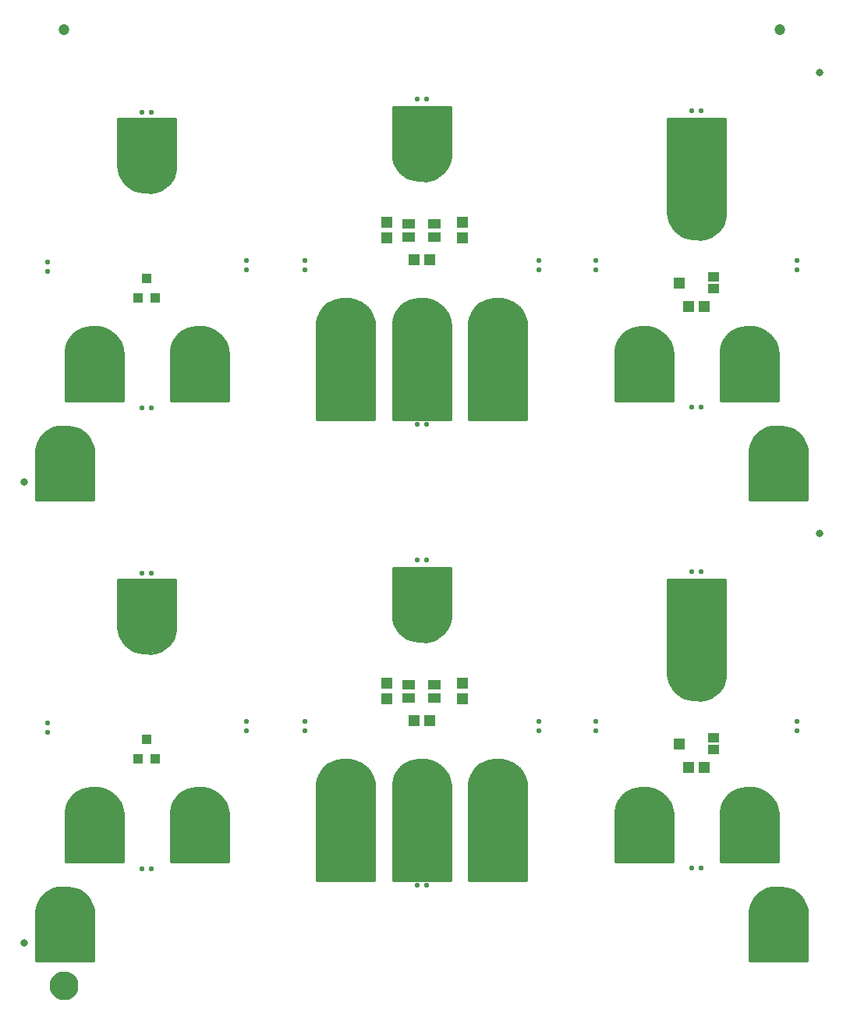
<source format=gts>
G75*
%MOIN*%
%OFA0B0*%
%FSLAX25Y25*%
%IPPOS*%
%LPD*%
%AMOC8*
5,1,8,0,0,1.08239X$1,22.5*
%
%ADD10C,0.02300*%
%ADD11R,0.05131X0.04737*%
%ADD12R,0.04737X0.05131*%
%ADD13C,0.20800*%
%ADD14C,0.01000*%
%ADD15R,0.05131X0.03950*%
%ADD16C,0.03300*%
%ADD17R,0.03950X0.04343*%
%ADD18R,0.05524X0.04343*%
%ADD19C,0.04737*%
%ADD20C,0.05000*%
%ADD21C,0.06706*%
D10*
X0089250Y0070250D03*
X0093250Y0070250D03*
X0133750Y0129250D03*
X0133750Y0133250D03*
X0158750Y0133250D03*
X0158750Y0129250D03*
X0206750Y0063250D03*
X0210750Y0063250D03*
X0258750Y0129250D03*
X0258750Y0133250D03*
X0283250Y0133250D03*
X0283250Y0129250D03*
X0324250Y0070750D03*
X0328250Y0070750D03*
X0369250Y0129250D03*
X0369250Y0133250D03*
X0328250Y0197250D03*
X0324250Y0197250D03*
X0324250Y0267750D03*
X0328250Y0267750D03*
X0369250Y0326250D03*
X0369250Y0330250D03*
X0328250Y0394250D03*
X0324250Y0394250D03*
X0283250Y0330250D03*
X0283250Y0326250D03*
X0258750Y0326250D03*
X0258750Y0330250D03*
X0210750Y0399250D03*
X0206750Y0399250D03*
X0158750Y0330250D03*
X0158750Y0326250D03*
X0133750Y0326250D03*
X0133750Y0330250D03*
X0093250Y0267250D03*
X0089250Y0267250D03*
X0048750Y0325750D03*
X0048750Y0329750D03*
X0089250Y0393750D03*
X0093250Y0393750D03*
X0206750Y0260250D03*
X0210750Y0260250D03*
X0210750Y0202250D03*
X0206750Y0202250D03*
X0093250Y0196750D03*
X0089250Y0196750D03*
X0048750Y0132750D03*
X0048750Y0128750D03*
D11*
X0205404Y0133750D03*
X0212096Y0133750D03*
X0318927Y0123711D03*
X0322904Y0113750D03*
X0329596Y0113750D03*
X0329596Y0310750D03*
X0322904Y0310750D03*
X0318927Y0320711D03*
X0212096Y0330750D03*
X0205404Y0330750D03*
D12*
X0193750Y0339904D03*
X0193750Y0346596D03*
X0226250Y0346596D03*
X0226250Y0339904D03*
X0226250Y0149596D03*
X0226250Y0142904D03*
X0193750Y0142904D03*
X0193750Y0149596D03*
D13*
X0208750Y0179750D03*
X0208750Y0104750D03*
X0208750Y0081750D03*
X0176250Y0081750D03*
X0176250Y0104750D03*
X0113750Y0092750D03*
X0068750Y0092750D03*
X0056250Y0050250D03*
X0091250Y0174750D03*
X0056250Y0247250D03*
X0068750Y0289750D03*
X0113750Y0289750D03*
X0176250Y0278750D03*
X0176250Y0301750D03*
X0208750Y0301750D03*
X0208750Y0278750D03*
X0241250Y0278750D03*
X0241250Y0301750D03*
X0303750Y0289750D03*
X0348750Y0289750D03*
X0361250Y0247250D03*
X0326250Y0177750D03*
X0326250Y0154750D03*
X0303750Y0092750D03*
X0348750Y0092750D03*
X0361250Y0050250D03*
X0241250Y0081750D03*
X0241250Y0104750D03*
X0326250Y0351750D03*
X0326250Y0374750D03*
X0208750Y0376750D03*
X0091250Y0371750D03*
D14*
X0091250Y0359550D02*
X0089565Y0359585D01*
X0087901Y0359859D01*
X0086294Y0360367D01*
X0084775Y0361099D01*
X0083376Y0362039D01*
X0082125Y0363169D01*
X0081048Y0364466D01*
X0080166Y0365902D01*
X0079497Y0367450D01*
X0079055Y0369077D01*
X0078850Y0370750D01*
X0078850Y0391150D01*
X0103650Y0391150D01*
X0103650Y0371150D01*
X0103590Y0369551D01*
X0103303Y0367976D01*
X0102797Y0366457D01*
X0102081Y0365026D01*
X0101170Y0363710D01*
X0100082Y0362537D01*
X0098838Y0361529D01*
X0097465Y0360707D01*
X0095989Y0360088D01*
X0094440Y0359684D01*
X0092850Y0359504D01*
X0091250Y0359550D01*
X0086646Y0360256D02*
X0096388Y0360256D01*
X0098379Y0361254D02*
X0084544Y0361254D01*
X0083140Y0362253D02*
X0099732Y0362253D01*
X0100745Y0363251D02*
X0082057Y0363251D01*
X0081227Y0364250D02*
X0101544Y0364250D01*
X0102193Y0365248D02*
X0080567Y0365248D01*
X0080017Y0366247D02*
X0102692Y0366247D01*
X0103060Y0367245D02*
X0079585Y0367245D01*
X0079282Y0368244D02*
X0103352Y0368244D01*
X0103534Y0369242D02*
X0079035Y0369242D01*
X0078913Y0370241D02*
X0103616Y0370241D01*
X0103650Y0371239D02*
X0078850Y0371239D01*
X0078850Y0372238D02*
X0103650Y0372238D01*
X0103650Y0373236D02*
X0078850Y0373236D01*
X0078850Y0374235D02*
X0103650Y0374235D01*
X0103650Y0375233D02*
X0078850Y0375233D01*
X0078850Y0376232D02*
X0103650Y0376232D01*
X0103650Y0377230D02*
X0078850Y0377230D01*
X0078850Y0378229D02*
X0103650Y0378229D01*
X0103650Y0379227D02*
X0078850Y0379227D01*
X0078850Y0380226D02*
X0103650Y0380226D01*
X0103650Y0381224D02*
X0078850Y0381224D01*
X0078850Y0382223D02*
X0103650Y0382223D01*
X0103650Y0383222D02*
X0078850Y0383222D01*
X0078850Y0384220D02*
X0103650Y0384220D01*
X0103650Y0385219D02*
X0078850Y0385219D01*
X0078850Y0386217D02*
X0103650Y0386217D01*
X0103650Y0387216D02*
X0078850Y0387216D01*
X0078850Y0388214D02*
X0103650Y0388214D01*
X0103650Y0389213D02*
X0078850Y0389213D01*
X0078850Y0390211D02*
X0103650Y0390211D01*
X0170035Y0312793D02*
X0171511Y0313412D01*
X0173060Y0313816D01*
X0174650Y0313996D01*
X0176250Y0313950D01*
X0177935Y0313915D01*
X0179599Y0313641D01*
X0181206Y0313133D01*
X0182725Y0312401D01*
X0184124Y0311461D01*
X0185375Y0310331D01*
X0186452Y0309034D01*
X0187334Y0307598D01*
X0188003Y0306050D01*
X0188445Y0304423D01*
X0188650Y0302750D01*
X0188650Y0262350D01*
X0163850Y0262350D01*
X0163850Y0302350D01*
X0163910Y0303949D01*
X0164197Y0305524D01*
X0164703Y0307043D01*
X0165419Y0308474D01*
X0166330Y0309790D01*
X0167418Y0310963D01*
X0168662Y0311971D01*
X0170035Y0312793D01*
X0169257Y0312327D02*
X0182835Y0312327D01*
X0184270Y0311329D02*
X0167869Y0311329D01*
X0166831Y0310330D02*
X0185375Y0310330D01*
X0186205Y0309332D02*
X0166013Y0309332D01*
X0165348Y0308333D02*
X0186883Y0308333D01*
X0187448Y0307335D02*
X0164849Y0307335D01*
X0164467Y0306336D02*
X0187879Y0306336D01*
X0188196Y0305338D02*
X0164163Y0305338D01*
X0163981Y0304339D02*
X0188455Y0304339D01*
X0188577Y0303341D02*
X0163887Y0303341D01*
X0163850Y0302342D02*
X0188650Y0302342D01*
X0188650Y0301344D02*
X0163850Y0301344D01*
X0163850Y0300345D02*
X0188650Y0300345D01*
X0188650Y0299347D02*
X0163850Y0299347D01*
X0163850Y0298348D02*
X0188650Y0298348D01*
X0188650Y0297350D02*
X0163850Y0297350D01*
X0163850Y0296351D02*
X0188650Y0296351D01*
X0188650Y0295353D02*
X0163850Y0295353D01*
X0163850Y0294354D02*
X0188650Y0294354D01*
X0188650Y0293355D02*
X0163850Y0293355D01*
X0163850Y0292357D02*
X0188650Y0292357D01*
X0188650Y0291358D02*
X0163850Y0291358D01*
X0163850Y0290360D02*
X0188650Y0290360D01*
X0188650Y0289361D02*
X0163850Y0289361D01*
X0163850Y0288363D02*
X0188650Y0288363D01*
X0188650Y0287364D02*
X0163850Y0287364D01*
X0163850Y0286366D02*
X0188650Y0286366D01*
X0188650Y0285367D02*
X0163850Y0285367D01*
X0163850Y0284369D02*
X0188650Y0284369D01*
X0188650Y0283370D02*
X0163850Y0283370D01*
X0163850Y0282372D02*
X0188650Y0282372D01*
X0188650Y0281373D02*
X0163850Y0281373D01*
X0163850Y0280375D02*
X0188650Y0280375D01*
X0188650Y0279376D02*
X0163850Y0279376D01*
X0163850Y0278378D02*
X0188650Y0278378D01*
X0188650Y0277379D02*
X0163850Y0277379D01*
X0163850Y0276381D02*
X0188650Y0276381D01*
X0188650Y0275382D02*
X0163850Y0275382D01*
X0163850Y0274384D02*
X0188650Y0274384D01*
X0188650Y0273385D02*
X0163850Y0273385D01*
X0163850Y0272387D02*
X0188650Y0272387D01*
X0188650Y0271388D02*
X0163850Y0271388D01*
X0163850Y0270390D02*
X0188650Y0270390D01*
X0188650Y0269391D02*
X0163850Y0269391D01*
X0163850Y0268393D02*
X0188650Y0268393D01*
X0188650Y0267394D02*
X0163850Y0267394D01*
X0163850Y0266396D02*
X0188650Y0266396D01*
X0188650Y0265397D02*
X0163850Y0265397D01*
X0163850Y0264399D02*
X0188650Y0264399D01*
X0188650Y0263400D02*
X0163850Y0263400D01*
X0163850Y0262402D02*
X0188650Y0262402D01*
X0196350Y0262402D02*
X0221150Y0262402D01*
X0221150Y0262350D02*
X0221150Y0302750D01*
X0220945Y0304423D01*
X0220503Y0306050D01*
X0219834Y0307598D01*
X0218952Y0309034D01*
X0217875Y0310331D01*
X0216624Y0311461D01*
X0215225Y0312401D01*
X0213706Y0313133D01*
X0212099Y0313641D01*
X0210435Y0313915D01*
X0208750Y0313950D01*
X0207150Y0313996D01*
X0205560Y0313816D01*
X0204011Y0313412D01*
X0202535Y0312793D01*
X0201162Y0311971D01*
X0199918Y0310963D01*
X0198830Y0309790D01*
X0197919Y0308474D01*
X0197203Y0307043D01*
X0196697Y0305524D01*
X0196410Y0303949D01*
X0196350Y0302350D01*
X0196350Y0262350D01*
X0221150Y0262350D01*
X0221150Y0263400D02*
X0196350Y0263400D01*
X0196350Y0264399D02*
X0221150Y0264399D01*
X0221150Y0265397D02*
X0196350Y0265397D01*
X0196350Y0266396D02*
X0221150Y0266396D01*
X0221150Y0267394D02*
X0196350Y0267394D01*
X0196350Y0268393D02*
X0221150Y0268393D01*
X0221150Y0269391D02*
X0196350Y0269391D01*
X0196350Y0270390D02*
X0221150Y0270390D01*
X0221150Y0271388D02*
X0196350Y0271388D01*
X0196350Y0272387D02*
X0221150Y0272387D01*
X0221150Y0273385D02*
X0196350Y0273385D01*
X0196350Y0274384D02*
X0221150Y0274384D01*
X0221150Y0275382D02*
X0196350Y0275382D01*
X0196350Y0276381D02*
X0221150Y0276381D01*
X0221150Y0277379D02*
X0196350Y0277379D01*
X0196350Y0278378D02*
X0221150Y0278378D01*
X0221150Y0279376D02*
X0196350Y0279376D01*
X0196350Y0280375D02*
X0221150Y0280375D01*
X0221150Y0281373D02*
X0196350Y0281373D01*
X0196350Y0282372D02*
X0221150Y0282372D01*
X0221150Y0283370D02*
X0196350Y0283370D01*
X0196350Y0284369D02*
X0221150Y0284369D01*
X0221150Y0285367D02*
X0196350Y0285367D01*
X0196350Y0286366D02*
X0221150Y0286366D01*
X0221150Y0287364D02*
X0196350Y0287364D01*
X0196350Y0288363D02*
X0221150Y0288363D01*
X0221150Y0289361D02*
X0196350Y0289361D01*
X0196350Y0290360D02*
X0221150Y0290360D01*
X0221150Y0291358D02*
X0196350Y0291358D01*
X0196350Y0292357D02*
X0221150Y0292357D01*
X0221150Y0293355D02*
X0196350Y0293355D01*
X0196350Y0294354D02*
X0221150Y0294354D01*
X0221150Y0295353D02*
X0196350Y0295353D01*
X0196350Y0296351D02*
X0221150Y0296351D01*
X0221150Y0297350D02*
X0196350Y0297350D01*
X0196350Y0298348D02*
X0221150Y0298348D01*
X0221150Y0299347D02*
X0196350Y0299347D01*
X0196350Y0300345D02*
X0221150Y0300345D01*
X0221150Y0301344D02*
X0196350Y0301344D01*
X0196350Y0302342D02*
X0221150Y0302342D01*
X0221077Y0303341D02*
X0196387Y0303341D01*
X0196481Y0304339D02*
X0220955Y0304339D01*
X0220696Y0305338D02*
X0196663Y0305338D01*
X0196967Y0306336D02*
X0220379Y0306336D01*
X0219948Y0307335D02*
X0197349Y0307335D01*
X0197848Y0308333D02*
X0219383Y0308333D01*
X0218705Y0309332D02*
X0198513Y0309332D01*
X0199331Y0310330D02*
X0217875Y0310330D01*
X0216770Y0311329D02*
X0200369Y0311329D01*
X0201757Y0312327D02*
X0215335Y0312327D01*
X0213096Y0313326D02*
X0203806Y0313326D01*
X0180596Y0313326D02*
X0171306Y0313326D01*
X0125503Y0294050D02*
X0125945Y0292423D01*
X0126150Y0290750D01*
X0126150Y0270350D01*
X0101350Y0270350D01*
X0101350Y0290350D01*
X0101410Y0291949D01*
X0101697Y0293524D01*
X0102203Y0295043D01*
X0102919Y0296474D01*
X0103830Y0297790D01*
X0104918Y0298963D01*
X0106162Y0299971D01*
X0107535Y0300793D01*
X0109011Y0301412D01*
X0110560Y0301816D01*
X0112150Y0301996D01*
X0113750Y0301950D01*
X0115435Y0301915D01*
X0117099Y0301641D01*
X0118706Y0301133D01*
X0120225Y0300401D01*
X0121624Y0299461D01*
X0122875Y0298331D01*
X0123952Y0297034D01*
X0124834Y0295598D01*
X0125503Y0294050D01*
X0125372Y0294354D02*
X0101973Y0294354D01*
X0101666Y0293355D02*
X0125691Y0293355D01*
X0125953Y0292357D02*
X0101484Y0292357D01*
X0101388Y0291358D02*
X0126075Y0291358D01*
X0126150Y0290360D02*
X0101350Y0290360D01*
X0101350Y0289361D02*
X0126150Y0289361D01*
X0126150Y0288363D02*
X0101350Y0288363D01*
X0101350Y0287364D02*
X0126150Y0287364D01*
X0126150Y0286366D02*
X0101350Y0286366D01*
X0101350Y0285367D02*
X0126150Y0285367D01*
X0126150Y0284369D02*
X0101350Y0284369D01*
X0101350Y0283370D02*
X0126150Y0283370D01*
X0126150Y0282372D02*
X0101350Y0282372D01*
X0101350Y0281373D02*
X0126150Y0281373D01*
X0126150Y0280375D02*
X0101350Y0280375D01*
X0101350Y0279376D02*
X0126150Y0279376D01*
X0126150Y0278378D02*
X0101350Y0278378D01*
X0101350Y0277379D02*
X0126150Y0277379D01*
X0126150Y0276381D02*
X0101350Y0276381D01*
X0101350Y0275382D02*
X0126150Y0275382D01*
X0126150Y0274384D02*
X0101350Y0274384D01*
X0101350Y0273385D02*
X0126150Y0273385D01*
X0126150Y0272387D02*
X0101350Y0272387D01*
X0101350Y0271388D02*
X0126150Y0271388D01*
X0126150Y0270390D02*
X0101350Y0270390D01*
X0081150Y0270390D02*
X0056350Y0270390D01*
X0056350Y0270350D02*
X0056350Y0290350D01*
X0056410Y0291949D01*
X0056697Y0293524D01*
X0057203Y0295043D01*
X0057919Y0296474D01*
X0058830Y0297790D01*
X0059918Y0298963D01*
X0061162Y0299971D01*
X0062535Y0300793D01*
X0064011Y0301412D01*
X0065560Y0301816D01*
X0067150Y0301996D01*
X0068750Y0301950D01*
X0070435Y0301915D01*
X0072099Y0301641D01*
X0073706Y0301133D01*
X0075225Y0300401D01*
X0076624Y0299461D01*
X0077875Y0298331D01*
X0078952Y0297034D01*
X0079834Y0295598D01*
X0080503Y0294050D01*
X0080945Y0292423D01*
X0081150Y0290750D01*
X0081150Y0270350D01*
X0056350Y0270350D01*
X0056350Y0271388D02*
X0081150Y0271388D01*
X0081150Y0272387D02*
X0056350Y0272387D01*
X0056350Y0273385D02*
X0081150Y0273385D01*
X0081150Y0274384D02*
X0056350Y0274384D01*
X0056350Y0275382D02*
X0081150Y0275382D01*
X0081150Y0276381D02*
X0056350Y0276381D01*
X0056350Y0277379D02*
X0081150Y0277379D01*
X0081150Y0278378D02*
X0056350Y0278378D01*
X0056350Y0279376D02*
X0081150Y0279376D01*
X0081150Y0280375D02*
X0056350Y0280375D01*
X0056350Y0281373D02*
X0081150Y0281373D01*
X0081150Y0282372D02*
X0056350Y0282372D01*
X0056350Y0283370D02*
X0081150Y0283370D01*
X0081150Y0284369D02*
X0056350Y0284369D01*
X0056350Y0285367D02*
X0081150Y0285367D01*
X0081150Y0286366D02*
X0056350Y0286366D01*
X0056350Y0287364D02*
X0081150Y0287364D01*
X0081150Y0288363D02*
X0056350Y0288363D01*
X0056350Y0289361D02*
X0081150Y0289361D01*
X0081150Y0290360D02*
X0056350Y0290360D01*
X0056388Y0291358D02*
X0081075Y0291358D01*
X0080953Y0292357D02*
X0056484Y0292357D01*
X0056666Y0293355D02*
X0080691Y0293355D01*
X0080372Y0294354D02*
X0056973Y0294354D01*
X0057358Y0295353D02*
X0079940Y0295353D01*
X0079372Y0296351D02*
X0057857Y0296351D01*
X0058525Y0297350D02*
X0078690Y0297350D01*
X0077856Y0298348D02*
X0059348Y0298348D01*
X0060391Y0299347D02*
X0076750Y0299347D01*
X0075308Y0300345D02*
X0061787Y0300345D01*
X0063849Y0301344D02*
X0073040Y0301344D01*
X0102358Y0295353D02*
X0124940Y0295353D01*
X0124372Y0296351D02*
X0102857Y0296351D01*
X0103525Y0297350D02*
X0123690Y0297350D01*
X0122856Y0298348D02*
X0104348Y0298348D01*
X0105391Y0299347D02*
X0121750Y0299347D01*
X0120308Y0300345D02*
X0106787Y0300345D01*
X0108849Y0301344D02*
X0118040Y0301344D01*
X0065375Y0255831D02*
X0066452Y0254534D01*
X0067334Y0253098D01*
X0068003Y0251550D01*
X0068445Y0249923D01*
X0068650Y0248250D01*
X0068650Y0227850D01*
X0043850Y0227850D01*
X0043850Y0247850D01*
X0043910Y0249449D01*
X0044197Y0251024D01*
X0044703Y0252543D01*
X0045419Y0253974D01*
X0046330Y0255290D01*
X0047418Y0256463D01*
X0048662Y0257471D01*
X0050035Y0258293D01*
X0051511Y0258912D01*
X0053060Y0259316D01*
X0054650Y0259496D01*
X0056250Y0259450D01*
X0057935Y0259415D01*
X0059599Y0259141D01*
X0061206Y0258633D01*
X0062725Y0257901D01*
X0064124Y0256961D01*
X0065375Y0255831D01*
X0065723Y0255412D02*
X0046443Y0255412D01*
X0045723Y0254414D02*
X0066527Y0254414D01*
X0067140Y0253415D02*
X0045139Y0253415D01*
X0044661Y0252417D02*
X0067629Y0252417D01*
X0068039Y0251418D02*
X0044328Y0251418D01*
X0044087Y0250420D02*
X0068310Y0250420D01*
X0068506Y0249421D02*
X0043909Y0249421D01*
X0043872Y0248422D02*
X0068629Y0248422D01*
X0068650Y0247424D02*
X0043850Y0247424D01*
X0043850Y0246425D02*
X0068650Y0246425D01*
X0068650Y0245427D02*
X0043850Y0245427D01*
X0043850Y0244428D02*
X0068650Y0244428D01*
X0068650Y0243430D02*
X0043850Y0243430D01*
X0043850Y0242431D02*
X0068650Y0242431D01*
X0068650Y0241433D02*
X0043850Y0241433D01*
X0043850Y0240434D02*
X0068650Y0240434D01*
X0068650Y0239436D02*
X0043850Y0239436D01*
X0043850Y0238437D02*
X0068650Y0238437D01*
X0068650Y0237439D02*
X0043850Y0237439D01*
X0043850Y0236440D02*
X0068650Y0236440D01*
X0068650Y0235442D02*
X0043850Y0235442D01*
X0043850Y0234443D02*
X0068650Y0234443D01*
X0068650Y0233445D02*
X0043850Y0233445D01*
X0043850Y0232446D02*
X0068650Y0232446D01*
X0068650Y0231448D02*
X0043850Y0231448D01*
X0043850Y0230449D02*
X0068650Y0230449D01*
X0068650Y0229451D02*
X0043850Y0229451D01*
X0043850Y0228452D02*
X0068650Y0228452D01*
X0064733Y0256411D02*
X0047369Y0256411D01*
X0048585Y0257409D02*
X0063457Y0257409D01*
X0061674Y0258408D02*
X0050309Y0258408D01*
X0053857Y0259406D02*
X0057991Y0259406D01*
X0078850Y0194150D02*
X0078850Y0173750D01*
X0079055Y0172077D01*
X0079497Y0170450D01*
X0080166Y0168902D01*
X0081048Y0167466D01*
X0082125Y0166169D01*
X0083376Y0165039D01*
X0084775Y0164099D01*
X0086294Y0163367D01*
X0087901Y0162859D01*
X0089565Y0162585D01*
X0091250Y0162550D01*
X0092850Y0162504D01*
X0094440Y0162684D01*
X0095989Y0163088D01*
X0097465Y0163707D01*
X0098838Y0164529D01*
X0100082Y0165537D01*
X0101170Y0166710D01*
X0102081Y0168026D01*
X0102797Y0169457D01*
X0103303Y0170976D01*
X0103590Y0172551D01*
X0103650Y0174150D01*
X0103650Y0194150D01*
X0078850Y0194150D01*
X0078850Y0193504D02*
X0103650Y0193504D01*
X0103650Y0192506D02*
X0078850Y0192506D01*
X0078850Y0191507D02*
X0103650Y0191507D01*
X0103650Y0190509D02*
X0078850Y0190509D01*
X0078850Y0189510D02*
X0103650Y0189510D01*
X0103650Y0188512D02*
X0078850Y0188512D01*
X0078850Y0187513D02*
X0103650Y0187513D01*
X0103650Y0186515D02*
X0078850Y0186515D01*
X0078850Y0185516D02*
X0103650Y0185516D01*
X0103650Y0184518D02*
X0078850Y0184518D01*
X0078850Y0183519D02*
X0103650Y0183519D01*
X0103650Y0182521D02*
X0078850Y0182521D01*
X0078850Y0181522D02*
X0103650Y0181522D01*
X0103650Y0180524D02*
X0078850Y0180524D01*
X0078850Y0179525D02*
X0103650Y0179525D01*
X0103650Y0178527D02*
X0078850Y0178527D01*
X0078850Y0177528D02*
X0103650Y0177528D01*
X0103650Y0176530D02*
X0078850Y0176530D01*
X0078850Y0175531D02*
X0103650Y0175531D01*
X0103650Y0174533D02*
X0078850Y0174533D01*
X0078877Y0173534D02*
X0103627Y0173534D01*
X0103587Y0172536D02*
X0078999Y0172536D01*
X0079202Y0171537D02*
X0103405Y0171537D01*
X0103158Y0170539D02*
X0079473Y0170539D01*
X0079890Y0169540D02*
X0102825Y0169540D01*
X0102339Y0168542D02*
X0080387Y0168542D01*
X0081000Y0167543D02*
X0101747Y0167543D01*
X0101017Y0166545D02*
X0081813Y0166545D01*
X0082815Y0165546D02*
X0100091Y0165546D01*
X0098861Y0164548D02*
X0084108Y0164548D01*
X0085916Y0163549D02*
X0097088Y0163549D01*
X0093261Y0162551D02*
X0091225Y0162551D01*
X0109011Y0104412D02*
X0107535Y0103793D01*
X0106162Y0102971D01*
X0104918Y0101963D01*
X0103830Y0100790D01*
X0102919Y0099474D01*
X0102203Y0098043D01*
X0101697Y0096524D01*
X0101410Y0094949D01*
X0101350Y0093350D01*
X0101350Y0073350D01*
X0126150Y0073350D01*
X0126150Y0093750D01*
X0125945Y0095423D01*
X0125503Y0097050D01*
X0124834Y0098598D01*
X0123952Y0100034D01*
X0122875Y0101331D01*
X0121624Y0102461D01*
X0120225Y0103401D01*
X0118706Y0104133D01*
X0117099Y0104641D01*
X0115435Y0104915D01*
X0113750Y0104950D01*
X0112150Y0104996D01*
X0110560Y0104816D01*
X0109011Y0104412D01*
X0109874Y0104637D02*
X0117112Y0104637D01*
X0119733Y0103638D02*
X0107277Y0103638D01*
X0105753Y0102640D02*
X0121357Y0102640D01*
X0122531Y0101641D02*
X0104620Y0101641D01*
X0103728Y0100643D02*
X0123447Y0100643D01*
X0124192Y0099644D02*
X0103036Y0099644D01*
X0102504Y0098646D02*
X0124805Y0098646D01*
X0125245Y0097647D02*
X0102071Y0097647D01*
X0101738Y0096649D02*
X0125612Y0096649D01*
X0125883Y0095650D02*
X0101538Y0095650D01*
X0101399Y0094652D02*
X0126039Y0094652D01*
X0126150Y0093653D02*
X0101361Y0093653D01*
X0101350Y0092655D02*
X0126150Y0092655D01*
X0126150Y0091656D02*
X0101350Y0091656D01*
X0101350Y0090658D02*
X0126150Y0090658D01*
X0126150Y0089659D02*
X0101350Y0089659D01*
X0101350Y0088661D02*
X0126150Y0088661D01*
X0126150Y0087662D02*
X0101350Y0087662D01*
X0101350Y0086664D02*
X0126150Y0086664D01*
X0126150Y0085665D02*
X0101350Y0085665D01*
X0101350Y0084667D02*
X0126150Y0084667D01*
X0126150Y0083668D02*
X0101350Y0083668D01*
X0101350Y0082670D02*
X0126150Y0082670D01*
X0126150Y0081671D02*
X0101350Y0081671D01*
X0101350Y0080673D02*
X0126150Y0080673D01*
X0126150Y0079674D02*
X0101350Y0079674D01*
X0101350Y0078676D02*
X0126150Y0078676D01*
X0126150Y0077677D02*
X0101350Y0077677D01*
X0101350Y0076679D02*
X0126150Y0076679D01*
X0126150Y0075680D02*
X0101350Y0075680D01*
X0101350Y0074682D02*
X0126150Y0074682D01*
X0126150Y0073683D02*
X0101350Y0073683D01*
X0081150Y0073683D02*
X0056350Y0073683D01*
X0056350Y0073350D02*
X0056350Y0093350D01*
X0056410Y0094949D01*
X0056697Y0096524D01*
X0057203Y0098043D01*
X0057919Y0099474D01*
X0058830Y0100790D01*
X0059918Y0101963D01*
X0061162Y0102971D01*
X0062535Y0103793D01*
X0064011Y0104412D01*
X0065560Y0104816D01*
X0067150Y0104996D01*
X0068750Y0104950D01*
X0070435Y0104915D01*
X0072099Y0104641D01*
X0073706Y0104133D01*
X0075225Y0103401D01*
X0076624Y0102461D01*
X0077875Y0101331D01*
X0078952Y0100034D01*
X0079834Y0098598D01*
X0080503Y0097050D01*
X0080945Y0095423D01*
X0081150Y0093750D01*
X0081150Y0073350D01*
X0056350Y0073350D01*
X0056350Y0074682D02*
X0081150Y0074682D01*
X0081150Y0075680D02*
X0056350Y0075680D01*
X0056350Y0076679D02*
X0081150Y0076679D01*
X0081150Y0077677D02*
X0056350Y0077677D01*
X0056350Y0078676D02*
X0081150Y0078676D01*
X0081150Y0079674D02*
X0056350Y0079674D01*
X0056350Y0080673D02*
X0081150Y0080673D01*
X0081150Y0081671D02*
X0056350Y0081671D01*
X0056350Y0082670D02*
X0081150Y0082670D01*
X0081150Y0083668D02*
X0056350Y0083668D01*
X0056350Y0084667D02*
X0081150Y0084667D01*
X0081150Y0085665D02*
X0056350Y0085665D01*
X0056350Y0086664D02*
X0081150Y0086664D01*
X0081150Y0087662D02*
X0056350Y0087662D01*
X0056350Y0088661D02*
X0081150Y0088661D01*
X0081150Y0089659D02*
X0056350Y0089659D01*
X0056350Y0090658D02*
X0081150Y0090658D01*
X0081150Y0091656D02*
X0056350Y0091656D01*
X0056350Y0092655D02*
X0081150Y0092655D01*
X0081150Y0093653D02*
X0056361Y0093653D01*
X0056399Y0094652D02*
X0081039Y0094652D01*
X0080883Y0095650D02*
X0056538Y0095650D01*
X0056738Y0096649D02*
X0080612Y0096649D01*
X0080245Y0097647D02*
X0057071Y0097647D01*
X0057504Y0098646D02*
X0079805Y0098646D01*
X0079192Y0099644D02*
X0058036Y0099644D01*
X0058728Y0100643D02*
X0078447Y0100643D01*
X0077531Y0101641D02*
X0059620Y0101641D01*
X0060753Y0102640D02*
X0076357Y0102640D01*
X0074733Y0103638D02*
X0062277Y0103638D01*
X0064874Y0104637D02*
X0072112Y0104637D01*
X0059599Y0062141D02*
X0057935Y0062415D01*
X0056250Y0062450D01*
X0054650Y0062496D01*
X0053060Y0062316D01*
X0051511Y0061912D01*
X0050035Y0061293D01*
X0048662Y0060471D01*
X0047418Y0059463D01*
X0046330Y0058290D01*
X0045419Y0056974D01*
X0044703Y0055543D01*
X0044197Y0054024D01*
X0043910Y0052449D01*
X0043850Y0050850D01*
X0043850Y0030850D01*
X0068650Y0030850D01*
X0068650Y0051250D01*
X0068445Y0052923D01*
X0068003Y0054550D01*
X0067334Y0056098D01*
X0066452Y0057534D01*
X0065375Y0058831D01*
X0064124Y0059961D01*
X0062725Y0060901D01*
X0061206Y0061633D01*
X0059599Y0062141D01*
X0060991Y0061701D02*
X0051008Y0061701D01*
X0049048Y0060702D02*
X0063021Y0060702D01*
X0064408Y0059704D02*
X0047715Y0059704D01*
X0046715Y0058705D02*
X0065479Y0058705D01*
X0066309Y0057707D02*
X0045926Y0057707D01*
X0045286Y0056708D02*
X0066960Y0056708D01*
X0067502Y0055710D02*
X0044786Y0055710D01*
X0044426Y0054711D02*
X0067933Y0054711D01*
X0068230Y0053713D02*
X0044140Y0053713D01*
X0043959Y0052714D02*
X0068470Y0052714D01*
X0068593Y0051716D02*
X0043883Y0051716D01*
X0043850Y0050717D02*
X0068650Y0050717D01*
X0068650Y0049719D02*
X0043850Y0049719D01*
X0043850Y0048720D02*
X0068650Y0048720D01*
X0068650Y0047722D02*
X0043850Y0047722D01*
X0043850Y0046723D02*
X0068650Y0046723D01*
X0068650Y0045725D02*
X0043850Y0045725D01*
X0043850Y0044726D02*
X0068650Y0044726D01*
X0068650Y0043728D02*
X0043850Y0043728D01*
X0043850Y0042729D02*
X0068650Y0042729D01*
X0068650Y0041731D02*
X0043850Y0041731D01*
X0043850Y0040732D02*
X0068650Y0040732D01*
X0068650Y0039734D02*
X0043850Y0039734D01*
X0043850Y0038735D02*
X0068650Y0038735D01*
X0068650Y0037737D02*
X0043850Y0037737D01*
X0043850Y0036738D02*
X0068650Y0036738D01*
X0068650Y0035740D02*
X0043850Y0035740D01*
X0043850Y0034741D02*
X0068650Y0034741D01*
X0068650Y0033743D02*
X0043850Y0033743D01*
X0043850Y0032744D02*
X0068650Y0032744D01*
X0068650Y0031746D02*
X0043850Y0031746D01*
X0163850Y0065350D02*
X0163850Y0105350D01*
X0163910Y0106949D01*
X0164197Y0108524D01*
X0164703Y0110043D01*
X0165419Y0111474D01*
X0166330Y0112790D01*
X0167418Y0113963D01*
X0168662Y0114971D01*
X0170035Y0115793D01*
X0171511Y0116412D01*
X0173060Y0116816D01*
X0174650Y0116996D01*
X0176250Y0116950D01*
X0177935Y0116915D01*
X0179599Y0116641D01*
X0181206Y0116133D01*
X0182725Y0115401D01*
X0184124Y0114461D01*
X0185375Y0113331D01*
X0186452Y0112034D01*
X0187334Y0110598D01*
X0188003Y0109050D01*
X0188445Y0107423D01*
X0188650Y0105750D01*
X0188650Y0065350D01*
X0163850Y0065350D01*
X0163850Y0065695D02*
X0188650Y0065695D01*
X0188650Y0066693D02*
X0163850Y0066693D01*
X0163850Y0067692D02*
X0188650Y0067692D01*
X0188650Y0068690D02*
X0163850Y0068690D01*
X0163850Y0069689D02*
X0188650Y0069689D01*
X0188650Y0070687D02*
X0163850Y0070687D01*
X0163850Y0071686D02*
X0188650Y0071686D01*
X0188650Y0072684D02*
X0163850Y0072684D01*
X0163850Y0073683D02*
X0188650Y0073683D01*
X0188650Y0074682D02*
X0163850Y0074682D01*
X0163850Y0075680D02*
X0188650Y0075680D01*
X0188650Y0076679D02*
X0163850Y0076679D01*
X0163850Y0077677D02*
X0188650Y0077677D01*
X0188650Y0078676D02*
X0163850Y0078676D01*
X0163850Y0079674D02*
X0188650Y0079674D01*
X0188650Y0080673D02*
X0163850Y0080673D01*
X0163850Y0081671D02*
X0188650Y0081671D01*
X0188650Y0082670D02*
X0163850Y0082670D01*
X0163850Y0083668D02*
X0188650Y0083668D01*
X0188650Y0084667D02*
X0163850Y0084667D01*
X0163850Y0085665D02*
X0188650Y0085665D01*
X0188650Y0086664D02*
X0163850Y0086664D01*
X0163850Y0087662D02*
X0188650Y0087662D01*
X0188650Y0088661D02*
X0163850Y0088661D01*
X0163850Y0089659D02*
X0188650Y0089659D01*
X0188650Y0090658D02*
X0163850Y0090658D01*
X0163850Y0091656D02*
X0188650Y0091656D01*
X0188650Y0092655D02*
X0163850Y0092655D01*
X0163850Y0093653D02*
X0188650Y0093653D01*
X0188650Y0094652D02*
X0163850Y0094652D01*
X0163850Y0095650D02*
X0188650Y0095650D01*
X0188650Y0096649D02*
X0163850Y0096649D01*
X0163850Y0097647D02*
X0188650Y0097647D01*
X0188650Y0098646D02*
X0163850Y0098646D01*
X0163850Y0099644D02*
X0188650Y0099644D01*
X0188650Y0100643D02*
X0163850Y0100643D01*
X0163850Y0101641D02*
X0188650Y0101641D01*
X0188650Y0102640D02*
X0163850Y0102640D01*
X0163850Y0103638D02*
X0188650Y0103638D01*
X0188650Y0104637D02*
X0163850Y0104637D01*
X0163861Y0105635D02*
X0188650Y0105635D01*
X0188541Y0106634D02*
X0163898Y0106634D01*
X0164035Y0107632D02*
X0188388Y0107632D01*
X0188117Y0108631D02*
X0164232Y0108631D01*
X0164565Y0109629D02*
X0187753Y0109629D01*
X0187316Y0110628D02*
X0164995Y0110628D01*
X0165524Y0111626D02*
X0186703Y0111626D01*
X0185962Y0112625D02*
X0166216Y0112625D01*
X0167103Y0113623D02*
X0185051Y0113623D01*
X0183884Y0114622D02*
X0168231Y0114622D01*
X0169747Y0115620D02*
X0182270Y0115620D01*
X0179669Y0116619D02*
X0172306Y0116619D01*
X0196697Y0108524D02*
X0196410Y0106949D01*
X0196350Y0105350D01*
X0196350Y0065350D01*
X0221150Y0065350D01*
X0221150Y0105750D01*
X0220945Y0107423D01*
X0220503Y0109050D01*
X0219834Y0110598D01*
X0218952Y0112034D01*
X0217875Y0113331D01*
X0216624Y0114461D01*
X0215225Y0115401D01*
X0213706Y0116133D01*
X0212099Y0116641D01*
X0210435Y0116915D01*
X0208750Y0116950D01*
X0207150Y0116996D01*
X0205560Y0116816D01*
X0204011Y0116412D01*
X0202535Y0115793D01*
X0201162Y0114971D01*
X0199918Y0113963D01*
X0198830Y0112790D01*
X0197919Y0111474D01*
X0197203Y0110043D01*
X0196697Y0108524D01*
X0196732Y0108631D02*
X0220617Y0108631D01*
X0220888Y0107632D02*
X0196535Y0107632D01*
X0196398Y0106634D02*
X0221041Y0106634D01*
X0221150Y0105635D02*
X0196361Y0105635D01*
X0196350Y0104637D02*
X0221150Y0104637D01*
X0221150Y0103638D02*
X0196350Y0103638D01*
X0196350Y0102640D02*
X0221150Y0102640D01*
X0221150Y0101641D02*
X0196350Y0101641D01*
X0196350Y0100643D02*
X0221150Y0100643D01*
X0221150Y0099644D02*
X0196350Y0099644D01*
X0196350Y0098646D02*
X0221150Y0098646D01*
X0221150Y0097647D02*
X0196350Y0097647D01*
X0196350Y0096649D02*
X0221150Y0096649D01*
X0221150Y0095650D02*
X0196350Y0095650D01*
X0196350Y0094652D02*
X0221150Y0094652D01*
X0221150Y0093653D02*
X0196350Y0093653D01*
X0196350Y0092655D02*
X0221150Y0092655D01*
X0221150Y0091656D02*
X0196350Y0091656D01*
X0196350Y0090658D02*
X0221150Y0090658D01*
X0221150Y0089659D02*
X0196350Y0089659D01*
X0196350Y0088661D02*
X0221150Y0088661D01*
X0221150Y0087662D02*
X0196350Y0087662D01*
X0196350Y0086664D02*
X0221150Y0086664D01*
X0221150Y0085665D02*
X0196350Y0085665D01*
X0196350Y0084667D02*
X0221150Y0084667D01*
X0221150Y0083668D02*
X0196350Y0083668D01*
X0196350Y0082670D02*
X0221150Y0082670D01*
X0221150Y0081671D02*
X0196350Y0081671D01*
X0196350Y0080673D02*
X0221150Y0080673D01*
X0221150Y0079674D02*
X0196350Y0079674D01*
X0196350Y0078676D02*
X0221150Y0078676D01*
X0221150Y0077677D02*
X0196350Y0077677D01*
X0196350Y0076679D02*
X0221150Y0076679D01*
X0221150Y0075680D02*
X0196350Y0075680D01*
X0196350Y0074682D02*
X0221150Y0074682D01*
X0221150Y0073683D02*
X0196350Y0073683D01*
X0196350Y0072684D02*
X0221150Y0072684D01*
X0221150Y0071686D02*
X0196350Y0071686D01*
X0196350Y0070687D02*
X0221150Y0070687D01*
X0221150Y0069689D02*
X0196350Y0069689D01*
X0196350Y0068690D02*
X0221150Y0068690D01*
X0221150Y0067692D02*
X0196350Y0067692D01*
X0196350Y0066693D02*
X0221150Y0066693D01*
X0221150Y0065695D02*
X0196350Y0065695D01*
X0228850Y0065695D02*
X0253650Y0065695D01*
X0253650Y0065350D02*
X0253650Y0105750D01*
X0253445Y0107423D01*
X0253003Y0109050D01*
X0252334Y0110598D01*
X0251452Y0112034D01*
X0250375Y0113331D01*
X0249124Y0114461D01*
X0247725Y0115401D01*
X0246206Y0116133D01*
X0244599Y0116641D01*
X0242935Y0116915D01*
X0241250Y0116950D01*
X0239650Y0116996D01*
X0238060Y0116816D01*
X0236511Y0116412D01*
X0235035Y0115793D01*
X0233662Y0114971D01*
X0232418Y0113963D01*
X0231330Y0112790D01*
X0230419Y0111474D01*
X0229703Y0110043D01*
X0229197Y0108524D01*
X0228910Y0106949D01*
X0228850Y0105350D01*
X0228850Y0065350D01*
X0253650Y0065350D01*
X0253650Y0066693D02*
X0228850Y0066693D01*
X0228850Y0067692D02*
X0253650Y0067692D01*
X0253650Y0068690D02*
X0228850Y0068690D01*
X0228850Y0069689D02*
X0253650Y0069689D01*
X0253650Y0070687D02*
X0228850Y0070687D01*
X0228850Y0071686D02*
X0253650Y0071686D01*
X0253650Y0072684D02*
X0228850Y0072684D01*
X0228850Y0073683D02*
X0253650Y0073683D01*
X0253650Y0074682D02*
X0228850Y0074682D01*
X0228850Y0075680D02*
X0253650Y0075680D01*
X0253650Y0076679D02*
X0228850Y0076679D01*
X0228850Y0077677D02*
X0253650Y0077677D01*
X0253650Y0078676D02*
X0228850Y0078676D01*
X0228850Y0079674D02*
X0253650Y0079674D01*
X0253650Y0080673D02*
X0228850Y0080673D01*
X0228850Y0081671D02*
X0253650Y0081671D01*
X0253650Y0082670D02*
X0228850Y0082670D01*
X0228850Y0083668D02*
X0253650Y0083668D01*
X0253650Y0084667D02*
X0228850Y0084667D01*
X0228850Y0085665D02*
X0253650Y0085665D01*
X0253650Y0086664D02*
X0228850Y0086664D01*
X0228850Y0087662D02*
X0253650Y0087662D01*
X0253650Y0088661D02*
X0228850Y0088661D01*
X0228850Y0089659D02*
X0253650Y0089659D01*
X0253650Y0090658D02*
X0228850Y0090658D01*
X0228850Y0091656D02*
X0253650Y0091656D01*
X0253650Y0092655D02*
X0228850Y0092655D01*
X0228850Y0093653D02*
X0253650Y0093653D01*
X0253650Y0094652D02*
X0228850Y0094652D01*
X0228850Y0095650D02*
X0253650Y0095650D01*
X0253650Y0096649D02*
X0228850Y0096649D01*
X0228850Y0097647D02*
X0253650Y0097647D01*
X0253650Y0098646D02*
X0228850Y0098646D01*
X0228850Y0099644D02*
X0253650Y0099644D01*
X0253650Y0100643D02*
X0228850Y0100643D01*
X0228850Y0101641D02*
X0253650Y0101641D01*
X0253650Y0102640D02*
X0228850Y0102640D01*
X0228850Y0103638D02*
X0253650Y0103638D01*
X0253650Y0104637D02*
X0228850Y0104637D01*
X0228861Y0105635D02*
X0253650Y0105635D01*
X0253541Y0106634D02*
X0228898Y0106634D01*
X0229035Y0107632D02*
X0253388Y0107632D01*
X0253117Y0108631D02*
X0229232Y0108631D01*
X0229565Y0109629D02*
X0252753Y0109629D01*
X0252316Y0110628D02*
X0229995Y0110628D01*
X0230524Y0111626D02*
X0251703Y0111626D01*
X0250962Y0112625D02*
X0231216Y0112625D01*
X0232103Y0113623D02*
X0250051Y0113623D01*
X0248884Y0114622D02*
X0233231Y0114622D01*
X0234747Y0115620D02*
X0247270Y0115620D01*
X0244669Y0116619D02*
X0237306Y0116619D01*
X0220253Y0109629D02*
X0197065Y0109629D01*
X0197495Y0110628D02*
X0219816Y0110628D01*
X0219203Y0111626D02*
X0198024Y0111626D01*
X0198716Y0112625D02*
X0218462Y0112625D01*
X0217551Y0113623D02*
X0199603Y0113623D01*
X0200731Y0114622D02*
X0216384Y0114622D01*
X0214770Y0115620D02*
X0202247Y0115620D01*
X0204806Y0116619D02*
X0212169Y0116619D01*
X0210350Y0167504D02*
X0208750Y0167550D01*
X0207065Y0167585D01*
X0205401Y0167859D01*
X0203794Y0168367D01*
X0202275Y0169099D01*
X0200876Y0170039D01*
X0199625Y0171169D01*
X0198548Y0172466D01*
X0197666Y0173902D01*
X0196997Y0175450D01*
X0196555Y0177077D01*
X0196350Y0178750D01*
X0196350Y0199150D01*
X0221150Y0199150D01*
X0221150Y0179150D01*
X0221090Y0177551D01*
X0220803Y0175976D01*
X0220297Y0174457D01*
X0219581Y0173026D01*
X0218670Y0171710D01*
X0217582Y0170537D01*
X0216338Y0169529D01*
X0214965Y0168707D01*
X0213489Y0168088D01*
X0211940Y0167684D01*
X0210350Y0167504D01*
X0210696Y0167543D02*
X0208990Y0167543D01*
X0203432Y0168542D02*
X0214570Y0168542D01*
X0216352Y0169540D02*
X0201619Y0169540D01*
X0200323Y0170539D02*
X0217584Y0170539D01*
X0218510Y0171537D02*
X0199319Y0171537D01*
X0198505Y0172536D02*
X0219242Y0172536D01*
X0219836Y0173534D02*
X0197892Y0173534D01*
X0197393Y0174533D02*
X0220322Y0174533D01*
X0220655Y0175531D02*
X0196975Y0175531D01*
X0196704Y0176530D02*
X0220904Y0176530D01*
X0221086Y0177528D02*
X0196500Y0177528D01*
X0196377Y0178527D02*
X0221126Y0178527D01*
X0221150Y0179525D02*
X0196350Y0179525D01*
X0196350Y0180524D02*
X0221150Y0180524D01*
X0221150Y0181522D02*
X0196350Y0181522D01*
X0196350Y0182521D02*
X0221150Y0182521D01*
X0221150Y0183519D02*
X0196350Y0183519D01*
X0196350Y0184518D02*
X0221150Y0184518D01*
X0221150Y0185516D02*
X0196350Y0185516D01*
X0196350Y0186515D02*
X0221150Y0186515D01*
X0221150Y0187513D02*
X0196350Y0187513D01*
X0196350Y0188512D02*
X0221150Y0188512D01*
X0221150Y0189510D02*
X0196350Y0189510D01*
X0196350Y0190509D02*
X0221150Y0190509D01*
X0221150Y0191507D02*
X0196350Y0191507D01*
X0196350Y0192506D02*
X0221150Y0192506D01*
X0221150Y0193504D02*
X0196350Y0193504D01*
X0196350Y0194503D02*
X0221150Y0194503D01*
X0221150Y0195501D02*
X0196350Y0195501D01*
X0196350Y0196500D02*
X0221150Y0196500D01*
X0221150Y0197498D02*
X0196350Y0197498D01*
X0196350Y0198497D02*
X0221150Y0198497D01*
X0228850Y0262350D02*
X0228850Y0302350D01*
X0228910Y0303949D01*
X0229197Y0305524D01*
X0229703Y0307043D01*
X0230419Y0308474D01*
X0231330Y0309790D01*
X0232418Y0310963D01*
X0233662Y0311971D01*
X0235035Y0312793D01*
X0236511Y0313412D01*
X0238060Y0313816D01*
X0239650Y0313996D01*
X0241250Y0313950D01*
X0242935Y0313915D01*
X0244599Y0313641D01*
X0246206Y0313133D01*
X0247725Y0312401D01*
X0249124Y0311461D01*
X0250375Y0310331D01*
X0251452Y0309034D01*
X0252334Y0307598D01*
X0253003Y0306050D01*
X0253445Y0304423D01*
X0253650Y0302750D01*
X0253650Y0262350D01*
X0228850Y0262350D01*
X0228850Y0262402D02*
X0253650Y0262402D01*
X0253650Y0263400D02*
X0228850Y0263400D01*
X0228850Y0264399D02*
X0253650Y0264399D01*
X0253650Y0265397D02*
X0228850Y0265397D01*
X0228850Y0266396D02*
X0253650Y0266396D01*
X0253650Y0267394D02*
X0228850Y0267394D01*
X0228850Y0268393D02*
X0253650Y0268393D01*
X0253650Y0269391D02*
X0228850Y0269391D01*
X0228850Y0270390D02*
X0253650Y0270390D01*
X0253650Y0271388D02*
X0228850Y0271388D01*
X0228850Y0272387D02*
X0253650Y0272387D01*
X0253650Y0273385D02*
X0228850Y0273385D01*
X0228850Y0274384D02*
X0253650Y0274384D01*
X0253650Y0275382D02*
X0228850Y0275382D01*
X0228850Y0276381D02*
X0253650Y0276381D01*
X0253650Y0277379D02*
X0228850Y0277379D01*
X0228850Y0278378D02*
X0253650Y0278378D01*
X0253650Y0279376D02*
X0228850Y0279376D01*
X0228850Y0280375D02*
X0253650Y0280375D01*
X0253650Y0281373D02*
X0228850Y0281373D01*
X0228850Y0282372D02*
X0253650Y0282372D01*
X0253650Y0283370D02*
X0228850Y0283370D01*
X0228850Y0284369D02*
X0253650Y0284369D01*
X0253650Y0285367D02*
X0228850Y0285367D01*
X0228850Y0286366D02*
X0253650Y0286366D01*
X0253650Y0287364D02*
X0228850Y0287364D01*
X0228850Y0288363D02*
X0253650Y0288363D01*
X0253650Y0289361D02*
X0228850Y0289361D01*
X0228850Y0290360D02*
X0253650Y0290360D01*
X0253650Y0291358D02*
X0228850Y0291358D01*
X0228850Y0292357D02*
X0253650Y0292357D01*
X0253650Y0293355D02*
X0228850Y0293355D01*
X0228850Y0294354D02*
X0253650Y0294354D01*
X0253650Y0295353D02*
X0228850Y0295353D01*
X0228850Y0296351D02*
X0253650Y0296351D01*
X0253650Y0297350D02*
X0228850Y0297350D01*
X0228850Y0298348D02*
X0253650Y0298348D01*
X0253650Y0299347D02*
X0228850Y0299347D01*
X0228850Y0300345D02*
X0253650Y0300345D01*
X0253650Y0301344D02*
X0228850Y0301344D01*
X0228850Y0302342D02*
X0253650Y0302342D01*
X0253577Y0303341D02*
X0228887Y0303341D01*
X0228981Y0304339D02*
X0253455Y0304339D01*
X0253196Y0305338D02*
X0229163Y0305338D01*
X0229467Y0306336D02*
X0252879Y0306336D01*
X0252448Y0307335D02*
X0229849Y0307335D01*
X0230348Y0308333D02*
X0251883Y0308333D01*
X0251205Y0309332D02*
X0231013Y0309332D01*
X0231831Y0310330D02*
X0250375Y0310330D01*
X0249270Y0311329D02*
X0232869Y0311329D01*
X0234257Y0312327D02*
X0247835Y0312327D01*
X0245596Y0313326D02*
X0236306Y0313326D01*
X0214965Y0365707D02*
X0213489Y0365088D01*
X0211940Y0364684D01*
X0210350Y0364504D01*
X0208750Y0364550D01*
X0207065Y0364585D01*
X0205401Y0364859D01*
X0203794Y0365367D01*
X0202275Y0366099D01*
X0200876Y0367039D01*
X0199625Y0368169D01*
X0198548Y0369466D01*
X0197666Y0370902D01*
X0196997Y0372450D01*
X0196555Y0374077D01*
X0196350Y0375750D01*
X0196350Y0396150D01*
X0221150Y0396150D01*
X0221150Y0376150D01*
X0221090Y0374551D01*
X0220803Y0372976D01*
X0220297Y0371457D01*
X0219581Y0370026D01*
X0218670Y0368710D01*
X0217582Y0367537D01*
X0216338Y0366529D01*
X0214965Y0365707D01*
X0215867Y0366247D02*
X0202055Y0366247D01*
X0200648Y0367245D02*
X0217222Y0367245D01*
X0218238Y0368244D02*
X0199563Y0368244D01*
X0198733Y0369242D02*
X0219039Y0369242D01*
X0219689Y0370241D02*
X0198072Y0370241D01*
X0197520Y0371239D02*
X0220188Y0371239D01*
X0220557Y0372238D02*
X0197089Y0372238D01*
X0196784Y0373236D02*
X0220851Y0373236D01*
X0221032Y0374235D02*
X0196536Y0374235D01*
X0196413Y0375233D02*
X0221115Y0375233D01*
X0221150Y0376232D02*
X0196350Y0376232D01*
X0196350Y0377230D02*
X0221150Y0377230D01*
X0221150Y0378229D02*
X0196350Y0378229D01*
X0196350Y0379227D02*
X0221150Y0379227D01*
X0221150Y0380226D02*
X0196350Y0380226D01*
X0196350Y0381224D02*
X0221150Y0381224D01*
X0221150Y0382223D02*
X0196350Y0382223D01*
X0196350Y0383222D02*
X0221150Y0383222D01*
X0221150Y0384220D02*
X0196350Y0384220D01*
X0196350Y0385219D02*
X0221150Y0385219D01*
X0221150Y0386217D02*
X0196350Y0386217D01*
X0196350Y0387216D02*
X0221150Y0387216D01*
X0221150Y0388214D02*
X0196350Y0388214D01*
X0196350Y0389213D02*
X0221150Y0389213D01*
X0221150Y0390211D02*
X0196350Y0390211D01*
X0196350Y0391210D02*
X0221150Y0391210D01*
X0221150Y0392208D02*
X0196350Y0392208D01*
X0196350Y0393207D02*
X0221150Y0393207D01*
X0221150Y0394205D02*
X0196350Y0394205D01*
X0196350Y0395204D02*
X0221150Y0395204D01*
X0213871Y0365248D02*
X0204170Y0365248D01*
X0293830Y0297790D02*
X0294918Y0298963D01*
X0296162Y0299971D01*
X0297535Y0300793D01*
X0299011Y0301412D01*
X0300560Y0301816D01*
X0302150Y0301996D01*
X0303750Y0301950D01*
X0305435Y0301915D01*
X0307099Y0301641D01*
X0308706Y0301133D01*
X0310225Y0300401D01*
X0311624Y0299461D01*
X0312875Y0298331D01*
X0313952Y0297034D01*
X0314834Y0295598D01*
X0315503Y0294050D01*
X0315945Y0292423D01*
X0316150Y0290750D01*
X0316150Y0270350D01*
X0291350Y0270350D01*
X0291350Y0290350D01*
X0291410Y0291949D01*
X0291697Y0293524D01*
X0292203Y0295043D01*
X0292919Y0296474D01*
X0293830Y0297790D01*
X0293525Y0297350D02*
X0313690Y0297350D01*
X0314372Y0296351D02*
X0292857Y0296351D01*
X0292358Y0295353D02*
X0314940Y0295353D01*
X0315372Y0294354D02*
X0291973Y0294354D01*
X0291666Y0293355D02*
X0315691Y0293355D01*
X0315953Y0292357D02*
X0291484Y0292357D01*
X0291388Y0291358D02*
X0316075Y0291358D01*
X0316150Y0290360D02*
X0291350Y0290360D01*
X0291350Y0289361D02*
X0316150Y0289361D01*
X0316150Y0288363D02*
X0291350Y0288363D01*
X0291350Y0287364D02*
X0316150Y0287364D01*
X0316150Y0286366D02*
X0291350Y0286366D01*
X0291350Y0285367D02*
X0316150Y0285367D01*
X0316150Y0284369D02*
X0291350Y0284369D01*
X0291350Y0283370D02*
X0316150Y0283370D01*
X0316150Y0282372D02*
X0291350Y0282372D01*
X0291350Y0281373D02*
X0316150Y0281373D01*
X0316150Y0280375D02*
X0291350Y0280375D01*
X0291350Y0279376D02*
X0316150Y0279376D01*
X0316150Y0278378D02*
X0291350Y0278378D01*
X0291350Y0277379D02*
X0316150Y0277379D01*
X0316150Y0276381D02*
X0291350Y0276381D01*
X0291350Y0275382D02*
X0316150Y0275382D01*
X0316150Y0274384D02*
X0291350Y0274384D01*
X0291350Y0273385D02*
X0316150Y0273385D01*
X0316150Y0272387D02*
X0291350Y0272387D01*
X0291350Y0271388D02*
X0316150Y0271388D01*
X0316150Y0270390D02*
X0291350Y0270390D01*
X0294348Y0298348D02*
X0312856Y0298348D01*
X0311750Y0299347D02*
X0295391Y0299347D01*
X0296787Y0300345D02*
X0310308Y0300345D01*
X0308040Y0301344D02*
X0298849Y0301344D01*
X0336697Y0293524D02*
X0337203Y0295043D01*
X0337919Y0296474D01*
X0338830Y0297790D01*
X0339918Y0298963D01*
X0341162Y0299971D01*
X0342535Y0300793D01*
X0344011Y0301412D01*
X0345560Y0301816D01*
X0347150Y0301996D01*
X0348750Y0301950D01*
X0350435Y0301915D01*
X0352099Y0301641D01*
X0353706Y0301133D01*
X0355225Y0300401D01*
X0356624Y0299461D01*
X0357875Y0298331D01*
X0358952Y0297034D01*
X0359834Y0295598D01*
X0360503Y0294050D01*
X0360945Y0292423D01*
X0361150Y0290750D01*
X0361150Y0270350D01*
X0336350Y0270350D01*
X0336350Y0290350D01*
X0336410Y0291949D01*
X0336697Y0293524D01*
X0336666Y0293355D02*
X0360691Y0293355D01*
X0360953Y0292357D02*
X0336484Y0292357D01*
X0336388Y0291358D02*
X0361075Y0291358D01*
X0361150Y0290360D02*
X0336350Y0290360D01*
X0336350Y0289361D02*
X0361150Y0289361D01*
X0361150Y0288363D02*
X0336350Y0288363D01*
X0336350Y0287364D02*
X0361150Y0287364D01*
X0361150Y0286366D02*
X0336350Y0286366D01*
X0336350Y0285367D02*
X0361150Y0285367D01*
X0361150Y0284369D02*
X0336350Y0284369D01*
X0336350Y0283370D02*
X0361150Y0283370D01*
X0361150Y0282372D02*
X0336350Y0282372D01*
X0336350Y0281373D02*
X0361150Y0281373D01*
X0361150Y0280375D02*
X0336350Y0280375D01*
X0336350Y0279376D02*
X0361150Y0279376D01*
X0361150Y0278378D02*
X0336350Y0278378D01*
X0336350Y0277379D02*
X0361150Y0277379D01*
X0361150Y0276381D02*
X0336350Y0276381D01*
X0336350Y0275382D02*
X0361150Y0275382D01*
X0361150Y0274384D02*
X0336350Y0274384D01*
X0336350Y0273385D02*
X0361150Y0273385D01*
X0361150Y0272387D02*
X0336350Y0272387D01*
X0336350Y0271388D02*
X0361150Y0271388D01*
X0361150Y0270390D02*
X0336350Y0270390D01*
X0352369Y0256411D02*
X0369733Y0256411D01*
X0369124Y0256961D02*
X0370375Y0255831D01*
X0371452Y0254534D01*
X0372334Y0253098D01*
X0373003Y0251550D01*
X0373445Y0249923D01*
X0373650Y0248250D01*
X0373650Y0227850D01*
X0348850Y0227850D01*
X0348850Y0247850D01*
X0348910Y0249449D01*
X0349197Y0251024D01*
X0349703Y0252543D01*
X0350419Y0253974D01*
X0351330Y0255290D01*
X0352418Y0256463D01*
X0353662Y0257471D01*
X0355035Y0258293D01*
X0356511Y0258912D01*
X0358060Y0259316D01*
X0359650Y0259496D01*
X0361250Y0259450D01*
X0362935Y0259415D01*
X0364599Y0259141D01*
X0366206Y0258633D01*
X0367725Y0257901D01*
X0369124Y0256961D01*
X0368457Y0257409D02*
X0353585Y0257409D01*
X0355309Y0258408D02*
X0366674Y0258408D01*
X0362991Y0259406D02*
X0358857Y0259406D01*
X0351443Y0255412D02*
X0370723Y0255412D01*
X0371527Y0254414D02*
X0350723Y0254414D01*
X0350139Y0253415D02*
X0372140Y0253415D01*
X0372629Y0252417D02*
X0349661Y0252417D01*
X0349328Y0251418D02*
X0373039Y0251418D01*
X0373310Y0250420D02*
X0349087Y0250420D01*
X0348909Y0249421D02*
X0373506Y0249421D01*
X0373629Y0248422D02*
X0348872Y0248422D01*
X0348850Y0247424D02*
X0373650Y0247424D01*
X0373650Y0246425D02*
X0348850Y0246425D01*
X0348850Y0245427D02*
X0373650Y0245427D01*
X0373650Y0244428D02*
X0348850Y0244428D01*
X0348850Y0243430D02*
X0373650Y0243430D01*
X0373650Y0242431D02*
X0348850Y0242431D01*
X0348850Y0241433D02*
X0373650Y0241433D01*
X0373650Y0240434D02*
X0348850Y0240434D01*
X0348850Y0239436D02*
X0373650Y0239436D01*
X0373650Y0238437D02*
X0348850Y0238437D01*
X0348850Y0237439D02*
X0373650Y0237439D01*
X0373650Y0236440D02*
X0348850Y0236440D01*
X0348850Y0235442D02*
X0373650Y0235442D01*
X0373650Y0234443D02*
X0348850Y0234443D01*
X0348850Y0233445D02*
X0373650Y0233445D01*
X0373650Y0232446D02*
X0348850Y0232446D01*
X0348850Y0231448D02*
X0373650Y0231448D01*
X0373650Y0230449D02*
X0348850Y0230449D01*
X0348850Y0229451D02*
X0373650Y0229451D01*
X0373650Y0228452D02*
X0348850Y0228452D01*
X0338650Y0194150D02*
X0313850Y0194150D01*
X0313850Y0153750D01*
X0314055Y0152077D01*
X0314497Y0150450D01*
X0315166Y0148902D01*
X0316048Y0147466D01*
X0317125Y0146169D01*
X0318376Y0145039D01*
X0319775Y0144099D01*
X0321294Y0143367D01*
X0322901Y0142859D01*
X0324565Y0142585D01*
X0326250Y0142550D01*
X0327850Y0142504D01*
X0329440Y0142684D01*
X0330989Y0143088D01*
X0332465Y0143707D01*
X0333838Y0144529D01*
X0335082Y0145537D01*
X0336170Y0146710D01*
X0337081Y0148026D01*
X0337797Y0149457D01*
X0338303Y0150976D01*
X0338590Y0152551D01*
X0338650Y0154150D01*
X0338650Y0194150D01*
X0338650Y0193504D02*
X0313850Y0193504D01*
X0313850Y0192506D02*
X0338650Y0192506D01*
X0338650Y0191507D02*
X0313850Y0191507D01*
X0313850Y0190509D02*
X0338650Y0190509D01*
X0338650Y0189510D02*
X0313850Y0189510D01*
X0313850Y0188512D02*
X0338650Y0188512D01*
X0338650Y0187513D02*
X0313850Y0187513D01*
X0313850Y0186515D02*
X0338650Y0186515D01*
X0338650Y0185516D02*
X0313850Y0185516D01*
X0313850Y0184518D02*
X0338650Y0184518D01*
X0338650Y0183519D02*
X0313850Y0183519D01*
X0313850Y0182521D02*
X0338650Y0182521D01*
X0338650Y0181522D02*
X0313850Y0181522D01*
X0313850Y0180524D02*
X0338650Y0180524D01*
X0338650Y0179525D02*
X0313850Y0179525D01*
X0313850Y0178527D02*
X0338650Y0178527D01*
X0338650Y0177528D02*
X0313850Y0177528D01*
X0313850Y0176530D02*
X0338650Y0176530D01*
X0338650Y0175531D02*
X0313850Y0175531D01*
X0313850Y0174533D02*
X0338650Y0174533D01*
X0338650Y0173534D02*
X0313850Y0173534D01*
X0313850Y0172536D02*
X0338650Y0172536D01*
X0338650Y0171537D02*
X0313850Y0171537D01*
X0313850Y0170539D02*
X0338650Y0170539D01*
X0338650Y0169540D02*
X0313850Y0169540D01*
X0313850Y0168542D02*
X0338650Y0168542D01*
X0338650Y0167543D02*
X0313850Y0167543D01*
X0313850Y0166545D02*
X0338650Y0166545D01*
X0338650Y0165546D02*
X0313850Y0165546D01*
X0313850Y0164548D02*
X0338650Y0164548D01*
X0338650Y0163549D02*
X0313850Y0163549D01*
X0313850Y0162551D02*
X0338650Y0162551D01*
X0338650Y0161552D02*
X0313850Y0161552D01*
X0313850Y0160553D02*
X0338650Y0160553D01*
X0338650Y0159555D02*
X0313850Y0159555D01*
X0313850Y0158556D02*
X0338650Y0158556D01*
X0338650Y0157558D02*
X0313850Y0157558D01*
X0313850Y0156559D02*
X0338650Y0156559D01*
X0338650Y0155561D02*
X0313850Y0155561D01*
X0313850Y0154562D02*
X0338650Y0154562D01*
X0338628Y0153564D02*
X0313873Y0153564D01*
X0313995Y0152565D02*
X0338590Y0152565D01*
X0338411Y0151567D02*
X0314194Y0151567D01*
X0314465Y0150568D02*
X0338168Y0150568D01*
X0337835Y0149570D02*
X0314877Y0149570D01*
X0315369Y0148571D02*
X0337354Y0148571D01*
X0336768Y0147573D02*
X0315982Y0147573D01*
X0316788Y0146574D02*
X0336044Y0146574D01*
X0335118Y0145576D02*
X0317782Y0145576D01*
X0319063Y0144577D02*
X0333898Y0144577D01*
X0332159Y0143579D02*
X0320854Y0143579D01*
X0324780Y0142580D02*
X0328524Y0142580D01*
X0344011Y0104412D02*
X0345560Y0104816D01*
X0347150Y0104996D01*
X0348750Y0104950D01*
X0350435Y0104915D01*
X0352099Y0104641D01*
X0353706Y0104133D01*
X0355225Y0103401D01*
X0356624Y0102461D01*
X0357875Y0101331D01*
X0358952Y0100034D01*
X0359834Y0098598D01*
X0360503Y0097050D01*
X0360945Y0095423D01*
X0361150Y0093750D01*
X0361150Y0073350D01*
X0336350Y0073350D01*
X0336350Y0093350D01*
X0336410Y0094949D01*
X0336697Y0096524D01*
X0337203Y0098043D01*
X0337919Y0099474D01*
X0338830Y0100790D01*
X0339918Y0101963D01*
X0341162Y0102971D01*
X0342535Y0103793D01*
X0344011Y0104412D01*
X0344874Y0104637D02*
X0352112Y0104637D01*
X0354733Y0103638D02*
X0342277Y0103638D01*
X0340753Y0102640D02*
X0356357Y0102640D01*
X0357531Y0101641D02*
X0339620Y0101641D01*
X0338728Y0100643D02*
X0358447Y0100643D01*
X0359192Y0099644D02*
X0338036Y0099644D01*
X0337504Y0098646D02*
X0359805Y0098646D01*
X0360245Y0097647D02*
X0337071Y0097647D01*
X0336738Y0096649D02*
X0360612Y0096649D01*
X0360883Y0095650D02*
X0336538Y0095650D01*
X0336399Y0094652D02*
X0361039Y0094652D01*
X0361150Y0093653D02*
X0336361Y0093653D01*
X0336350Y0092655D02*
X0361150Y0092655D01*
X0361150Y0091656D02*
X0336350Y0091656D01*
X0336350Y0090658D02*
X0361150Y0090658D01*
X0361150Y0089659D02*
X0336350Y0089659D01*
X0336350Y0088661D02*
X0361150Y0088661D01*
X0361150Y0087662D02*
X0336350Y0087662D01*
X0336350Y0086664D02*
X0361150Y0086664D01*
X0361150Y0085665D02*
X0336350Y0085665D01*
X0336350Y0084667D02*
X0361150Y0084667D01*
X0361150Y0083668D02*
X0336350Y0083668D01*
X0336350Y0082670D02*
X0361150Y0082670D01*
X0361150Y0081671D02*
X0336350Y0081671D01*
X0336350Y0080673D02*
X0361150Y0080673D01*
X0361150Y0079674D02*
X0336350Y0079674D01*
X0336350Y0078676D02*
X0361150Y0078676D01*
X0361150Y0077677D02*
X0336350Y0077677D01*
X0336350Y0076679D02*
X0361150Y0076679D01*
X0361150Y0075680D02*
X0336350Y0075680D01*
X0336350Y0074682D02*
X0361150Y0074682D01*
X0361150Y0073683D02*
X0336350Y0073683D01*
X0352418Y0059463D02*
X0353662Y0060471D01*
X0355035Y0061293D01*
X0356511Y0061912D01*
X0358060Y0062316D01*
X0359650Y0062496D01*
X0361250Y0062450D01*
X0362935Y0062415D01*
X0364599Y0062141D01*
X0366206Y0061633D01*
X0367725Y0060901D01*
X0369124Y0059961D01*
X0370375Y0058831D01*
X0371452Y0057534D01*
X0372334Y0056098D01*
X0373003Y0054550D01*
X0373445Y0052923D01*
X0373650Y0051250D01*
X0373650Y0030850D01*
X0348850Y0030850D01*
X0348850Y0050850D01*
X0348910Y0052449D01*
X0349197Y0054024D01*
X0349703Y0055543D01*
X0350419Y0056974D01*
X0351330Y0058290D01*
X0352418Y0059463D01*
X0352715Y0059704D02*
X0369408Y0059704D01*
X0370479Y0058705D02*
X0351715Y0058705D01*
X0350926Y0057707D02*
X0371309Y0057707D01*
X0371960Y0056708D02*
X0350286Y0056708D01*
X0349786Y0055710D02*
X0372502Y0055710D01*
X0372933Y0054711D02*
X0349426Y0054711D01*
X0349140Y0053713D02*
X0373230Y0053713D01*
X0373470Y0052714D02*
X0348959Y0052714D01*
X0348883Y0051716D02*
X0373593Y0051716D01*
X0373650Y0050717D02*
X0348850Y0050717D01*
X0348850Y0049719D02*
X0373650Y0049719D01*
X0373650Y0048720D02*
X0348850Y0048720D01*
X0348850Y0047722D02*
X0373650Y0047722D01*
X0373650Y0046723D02*
X0348850Y0046723D01*
X0348850Y0045725D02*
X0373650Y0045725D01*
X0373650Y0044726D02*
X0348850Y0044726D01*
X0348850Y0043728D02*
X0373650Y0043728D01*
X0373650Y0042729D02*
X0348850Y0042729D01*
X0348850Y0041731D02*
X0373650Y0041731D01*
X0373650Y0040732D02*
X0348850Y0040732D01*
X0348850Y0039734D02*
X0373650Y0039734D01*
X0373650Y0038735D02*
X0348850Y0038735D01*
X0348850Y0037737D02*
X0373650Y0037737D01*
X0373650Y0036738D02*
X0348850Y0036738D01*
X0348850Y0035740D02*
X0373650Y0035740D01*
X0373650Y0034741D02*
X0348850Y0034741D01*
X0348850Y0033743D02*
X0373650Y0033743D01*
X0373650Y0032744D02*
X0348850Y0032744D01*
X0348850Y0031746D02*
X0373650Y0031746D01*
X0368021Y0060702D02*
X0354048Y0060702D01*
X0356008Y0061701D02*
X0365991Y0061701D01*
X0316150Y0073350D02*
X0316150Y0093750D01*
X0315945Y0095423D01*
X0315503Y0097050D01*
X0314834Y0098598D01*
X0313952Y0100034D01*
X0312875Y0101331D01*
X0311624Y0102461D01*
X0310225Y0103401D01*
X0308706Y0104133D01*
X0307099Y0104641D01*
X0305435Y0104915D01*
X0303750Y0104950D01*
X0302150Y0104996D01*
X0300560Y0104816D01*
X0299011Y0104412D01*
X0297535Y0103793D01*
X0296162Y0102971D01*
X0294918Y0101963D01*
X0293830Y0100790D01*
X0292919Y0099474D01*
X0292203Y0098043D01*
X0291697Y0096524D01*
X0291410Y0094949D01*
X0291350Y0093350D01*
X0291350Y0073350D01*
X0316150Y0073350D01*
X0316150Y0073683D02*
X0291350Y0073683D01*
X0291350Y0074682D02*
X0316150Y0074682D01*
X0316150Y0075680D02*
X0291350Y0075680D01*
X0291350Y0076679D02*
X0316150Y0076679D01*
X0316150Y0077677D02*
X0291350Y0077677D01*
X0291350Y0078676D02*
X0316150Y0078676D01*
X0316150Y0079674D02*
X0291350Y0079674D01*
X0291350Y0080673D02*
X0316150Y0080673D01*
X0316150Y0081671D02*
X0291350Y0081671D01*
X0291350Y0082670D02*
X0316150Y0082670D01*
X0316150Y0083668D02*
X0291350Y0083668D01*
X0291350Y0084667D02*
X0316150Y0084667D01*
X0316150Y0085665D02*
X0291350Y0085665D01*
X0291350Y0086664D02*
X0316150Y0086664D01*
X0316150Y0087662D02*
X0291350Y0087662D01*
X0291350Y0088661D02*
X0316150Y0088661D01*
X0316150Y0089659D02*
X0291350Y0089659D01*
X0291350Y0090658D02*
X0316150Y0090658D01*
X0316150Y0091656D02*
X0291350Y0091656D01*
X0291350Y0092655D02*
X0316150Y0092655D01*
X0316150Y0093653D02*
X0291361Y0093653D01*
X0291399Y0094652D02*
X0316039Y0094652D01*
X0315883Y0095650D02*
X0291538Y0095650D01*
X0291738Y0096649D02*
X0315612Y0096649D01*
X0315245Y0097647D02*
X0292071Y0097647D01*
X0292504Y0098646D02*
X0314805Y0098646D01*
X0314192Y0099644D02*
X0293036Y0099644D01*
X0293728Y0100643D02*
X0313447Y0100643D01*
X0312531Y0101641D02*
X0294620Y0101641D01*
X0295753Y0102640D02*
X0311357Y0102640D01*
X0309733Y0103638D02*
X0297277Y0103638D01*
X0299874Y0104637D02*
X0307112Y0104637D01*
X0336973Y0294354D02*
X0360372Y0294354D01*
X0359940Y0295353D02*
X0337358Y0295353D01*
X0337857Y0296351D02*
X0359372Y0296351D01*
X0358690Y0297350D02*
X0338525Y0297350D01*
X0339348Y0298348D02*
X0357856Y0298348D01*
X0356750Y0299347D02*
X0340391Y0299347D01*
X0341787Y0300345D02*
X0355308Y0300345D01*
X0353040Y0301344D02*
X0343849Y0301344D01*
X0330989Y0340088D02*
X0329440Y0339684D01*
X0327850Y0339504D01*
X0326250Y0339550D01*
X0324565Y0339585D01*
X0322901Y0339859D01*
X0321294Y0340367D01*
X0319775Y0341099D01*
X0318376Y0342039D01*
X0317125Y0343169D01*
X0316048Y0344466D01*
X0315166Y0345902D01*
X0314497Y0347450D01*
X0314055Y0349077D01*
X0313850Y0350750D01*
X0313850Y0391150D01*
X0338650Y0391150D01*
X0338650Y0351150D01*
X0338590Y0349551D01*
X0338303Y0347976D01*
X0337797Y0346457D01*
X0337081Y0345026D01*
X0336170Y0343710D01*
X0335082Y0342537D01*
X0333838Y0341529D01*
X0332465Y0340707D01*
X0330989Y0340088D01*
X0331459Y0340286D02*
X0321552Y0340286D01*
X0319500Y0341284D02*
X0333429Y0341284D01*
X0334768Y0342283D02*
X0318107Y0342283D01*
X0317032Y0343281D02*
X0335772Y0343281D01*
X0336565Y0344280D02*
X0316202Y0344280D01*
X0315549Y0345278D02*
X0337208Y0345278D01*
X0337707Y0346277D02*
X0315004Y0346277D01*
X0314573Y0347275D02*
X0338070Y0347275D01*
X0338358Y0348274D02*
X0314273Y0348274D01*
X0314032Y0349272D02*
X0338539Y0349272D01*
X0338617Y0350271D02*
X0313909Y0350271D01*
X0313850Y0351269D02*
X0338650Y0351269D01*
X0338650Y0352268D02*
X0313850Y0352268D01*
X0313850Y0353266D02*
X0338650Y0353266D01*
X0338650Y0354265D02*
X0313850Y0354265D01*
X0313850Y0355263D02*
X0338650Y0355263D01*
X0338650Y0356262D02*
X0313850Y0356262D01*
X0313850Y0357260D02*
X0338650Y0357260D01*
X0338650Y0358259D02*
X0313850Y0358259D01*
X0313850Y0359257D02*
X0338650Y0359257D01*
X0338650Y0360256D02*
X0313850Y0360256D01*
X0313850Y0361254D02*
X0338650Y0361254D01*
X0338650Y0362253D02*
X0313850Y0362253D01*
X0313850Y0363251D02*
X0338650Y0363251D01*
X0338650Y0364250D02*
X0313850Y0364250D01*
X0313850Y0365248D02*
X0338650Y0365248D01*
X0338650Y0366247D02*
X0313850Y0366247D01*
X0313850Y0367245D02*
X0338650Y0367245D01*
X0338650Y0368244D02*
X0313850Y0368244D01*
X0313850Y0369242D02*
X0338650Y0369242D01*
X0338650Y0370241D02*
X0313850Y0370241D01*
X0313850Y0371239D02*
X0338650Y0371239D01*
X0338650Y0372238D02*
X0313850Y0372238D01*
X0313850Y0373236D02*
X0338650Y0373236D01*
X0338650Y0374235D02*
X0313850Y0374235D01*
X0313850Y0375233D02*
X0338650Y0375233D01*
X0338650Y0376232D02*
X0313850Y0376232D01*
X0313850Y0377230D02*
X0338650Y0377230D01*
X0338650Y0378229D02*
X0313850Y0378229D01*
X0313850Y0379227D02*
X0338650Y0379227D01*
X0338650Y0380226D02*
X0313850Y0380226D01*
X0313850Y0381224D02*
X0338650Y0381224D01*
X0338650Y0382223D02*
X0313850Y0382223D01*
X0313850Y0383222D02*
X0338650Y0383222D01*
X0338650Y0384220D02*
X0313850Y0384220D01*
X0313850Y0385219D02*
X0338650Y0385219D01*
X0338650Y0386217D02*
X0313850Y0386217D01*
X0313850Y0387216D02*
X0338650Y0387216D01*
X0338650Y0388214D02*
X0313850Y0388214D01*
X0313850Y0389213D02*
X0338650Y0389213D01*
X0338650Y0390211D02*
X0313850Y0390211D01*
D15*
X0333612Y0323309D03*
X0333612Y0318191D03*
X0333612Y0126309D03*
X0333612Y0121191D03*
D16*
X0038750Y0038750D03*
X0038750Y0235750D03*
X0378750Y0213750D03*
X0378750Y0410750D03*
D17*
X0094990Y0314313D03*
X0091250Y0322581D03*
X0087510Y0314313D03*
X0091250Y0125581D03*
X0087510Y0117313D03*
X0094990Y0117313D03*
D18*
X0203238Y0143396D03*
X0203238Y0149104D03*
X0214262Y0149104D03*
X0214262Y0143396D03*
X0214262Y0340396D03*
X0214262Y0346104D03*
X0203238Y0346104D03*
X0203238Y0340396D03*
D19*
X0055750Y0429000D03*
X0361750Y0429000D03*
D20*
X0052185Y0020500D02*
X0052187Y0020619D01*
X0052193Y0020738D01*
X0052203Y0020857D01*
X0052217Y0020975D01*
X0052235Y0021093D01*
X0052256Y0021210D01*
X0052282Y0021326D01*
X0052312Y0021442D01*
X0052345Y0021556D01*
X0052382Y0021669D01*
X0052423Y0021781D01*
X0052468Y0021892D01*
X0052516Y0022001D01*
X0052568Y0022108D01*
X0052624Y0022213D01*
X0052683Y0022317D01*
X0052745Y0022418D01*
X0052811Y0022518D01*
X0052880Y0022615D01*
X0052952Y0022709D01*
X0053028Y0022802D01*
X0053106Y0022891D01*
X0053187Y0022978D01*
X0053272Y0023063D01*
X0053359Y0023144D01*
X0053448Y0023222D01*
X0053541Y0023298D01*
X0053635Y0023370D01*
X0053732Y0023439D01*
X0053832Y0023505D01*
X0053933Y0023567D01*
X0054037Y0023626D01*
X0054142Y0023682D01*
X0054249Y0023734D01*
X0054358Y0023782D01*
X0054469Y0023827D01*
X0054581Y0023868D01*
X0054694Y0023905D01*
X0054808Y0023938D01*
X0054924Y0023968D01*
X0055040Y0023994D01*
X0055157Y0024015D01*
X0055275Y0024033D01*
X0055393Y0024047D01*
X0055512Y0024057D01*
X0055631Y0024063D01*
X0055750Y0024065D01*
X0055869Y0024063D01*
X0055988Y0024057D01*
X0056107Y0024047D01*
X0056225Y0024033D01*
X0056343Y0024015D01*
X0056460Y0023994D01*
X0056576Y0023968D01*
X0056692Y0023938D01*
X0056806Y0023905D01*
X0056919Y0023868D01*
X0057031Y0023827D01*
X0057142Y0023782D01*
X0057251Y0023734D01*
X0057358Y0023682D01*
X0057463Y0023626D01*
X0057567Y0023567D01*
X0057668Y0023505D01*
X0057768Y0023439D01*
X0057865Y0023370D01*
X0057959Y0023298D01*
X0058052Y0023222D01*
X0058141Y0023144D01*
X0058228Y0023063D01*
X0058313Y0022978D01*
X0058394Y0022891D01*
X0058472Y0022802D01*
X0058548Y0022709D01*
X0058620Y0022615D01*
X0058689Y0022518D01*
X0058755Y0022418D01*
X0058817Y0022317D01*
X0058876Y0022213D01*
X0058932Y0022108D01*
X0058984Y0022001D01*
X0059032Y0021892D01*
X0059077Y0021781D01*
X0059118Y0021669D01*
X0059155Y0021556D01*
X0059188Y0021442D01*
X0059218Y0021326D01*
X0059244Y0021210D01*
X0059265Y0021093D01*
X0059283Y0020975D01*
X0059297Y0020857D01*
X0059307Y0020738D01*
X0059313Y0020619D01*
X0059315Y0020500D01*
X0059313Y0020381D01*
X0059307Y0020262D01*
X0059297Y0020143D01*
X0059283Y0020025D01*
X0059265Y0019907D01*
X0059244Y0019790D01*
X0059218Y0019674D01*
X0059188Y0019558D01*
X0059155Y0019444D01*
X0059118Y0019331D01*
X0059077Y0019219D01*
X0059032Y0019108D01*
X0058984Y0018999D01*
X0058932Y0018892D01*
X0058876Y0018787D01*
X0058817Y0018683D01*
X0058755Y0018582D01*
X0058689Y0018482D01*
X0058620Y0018385D01*
X0058548Y0018291D01*
X0058472Y0018198D01*
X0058394Y0018109D01*
X0058313Y0018022D01*
X0058228Y0017937D01*
X0058141Y0017856D01*
X0058052Y0017778D01*
X0057959Y0017702D01*
X0057865Y0017630D01*
X0057768Y0017561D01*
X0057668Y0017495D01*
X0057567Y0017433D01*
X0057463Y0017374D01*
X0057358Y0017318D01*
X0057251Y0017266D01*
X0057142Y0017218D01*
X0057031Y0017173D01*
X0056919Y0017132D01*
X0056806Y0017095D01*
X0056692Y0017062D01*
X0056576Y0017032D01*
X0056460Y0017006D01*
X0056343Y0016985D01*
X0056225Y0016967D01*
X0056107Y0016953D01*
X0055988Y0016943D01*
X0055869Y0016937D01*
X0055750Y0016935D01*
X0055631Y0016937D01*
X0055512Y0016943D01*
X0055393Y0016953D01*
X0055275Y0016967D01*
X0055157Y0016985D01*
X0055040Y0017006D01*
X0054924Y0017032D01*
X0054808Y0017062D01*
X0054694Y0017095D01*
X0054581Y0017132D01*
X0054469Y0017173D01*
X0054358Y0017218D01*
X0054249Y0017266D01*
X0054142Y0017318D01*
X0054037Y0017374D01*
X0053933Y0017433D01*
X0053832Y0017495D01*
X0053732Y0017561D01*
X0053635Y0017630D01*
X0053541Y0017702D01*
X0053448Y0017778D01*
X0053359Y0017856D01*
X0053272Y0017937D01*
X0053187Y0018022D01*
X0053106Y0018109D01*
X0053028Y0018198D01*
X0052952Y0018291D01*
X0052880Y0018385D01*
X0052811Y0018482D01*
X0052745Y0018582D01*
X0052683Y0018683D01*
X0052624Y0018787D01*
X0052568Y0018892D01*
X0052516Y0018999D01*
X0052468Y0019108D01*
X0052423Y0019219D01*
X0052382Y0019331D01*
X0052345Y0019444D01*
X0052312Y0019558D01*
X0052282Y0019674D01*
X0052256Y0019790D01*
X0052235Y0019907D01*
X0052217Y0020025D01*
X0052203Y0020143D01*
X0052193Y0020262D01*
X0052187Y0020381D01*
X0052185Y0020500D01*
D21*
X0055750Y0020500D03*
M02*

</source>
